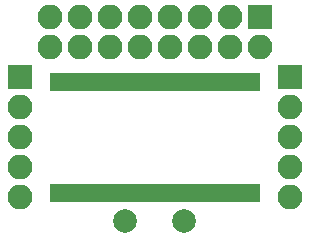
<source format=gts>
G04 #@! TF.FileFunction,Soldermask,Top*
%FSLAX46Y46*%
G04 Gerber Fmt 4.6, Leading zero omitted, Abs format (unit mm)*
G04 Created by KiCad (PCBNEW 4.0.6) date Sun Apr 30 19:13:02 2017*
%MOMM*%
%LPD*%
G01*
G04 APERTURE LIST*
%ADD10C,0.100000*%
%ADD11R,0.800000X1.600000*%
%ADD12C,2.000000*%
%ADD13R,2.100000X2.100000*%
%ADD14O,2.100000X2.100000*%
G04 APERTURE END LIST*
D10*
D11*
X140017500Y-110110000D03*
X140652500Y-110110000D03*
X141287500Y-110110000D03*
X141922500Y-110110000D03*
X142557500Y-110110000D03*
X143192500Y-110110000D03*
X143827500Y-110110000D03*
X144462500Y-110110000D03*
X145097500Y-110110000D03*
X145732500Y-110110000D03*
X146367500Y-110110000D03*
X147002500Y-110110000D03*
X147637500Y-110110000D03*
X148272500Y-110110000D03*
X148907500Y-110110000D03*
X149542500Y-110110000D03*
X150177500Y-110110000D03*
X150812500Y-110110000D03*
X151447500Y-110110000D03*
X152082500Y-110110000D03*
X152717500Y-110110000D03*
X153352500Y-110110000D03*
X153987500Y-110110000D03*
X154622500Y-110110000D03*
X155257500Y-110110000D03*
X155892500Y-110110000D03*
X156527500Y-110110000D03*
X157162500Y-110110000D03*
X157162500Y-100710000D03*
X156527500Y-100710000D03*
X155892500Y-100710000D03*
X155257500Y-100710000D03*
X154622500Y-100710000D03*
X153987500Y-100710000D03*
X153352500Y-100710000D03*
X152717500Y-100710000D03*
X152082500Y-100710000D03*
X151447500Y-100710000D03*
X150812500Y-100710000D03*
X150177500Y-100710000D03*
X149542500Y-100710000D03*
X148907500Y-100710000D03*
X148272500Y-100710000D03*
X147637500Y-100710000D03*
X147002500Y-100710000D03*
X146367500Y-100710000D03*
X145732500Y-100710000D03*
X145097500Y-100710000D03*
X144462500Y-100710000D03*
X143827500Y-100710000D03*
X143192500Y-100710000D03*
X142557500Y-100710000D03*
X141922500Y-100710000D03*
X141287500Y-100710000D03*
X140652500Y-100710000D03*
X140017500Y-100710000D03*
D12*
X146050000Y-112522000D03*
X151050000Y-112522000D03*
D13*
X137160000Y-100330000D03*
D14*
X137160000Y-102870000D03*
X137160000Y-105410000D03*
X137160000Y-107950000D03*
X137160000Y-110490000D03*
D13*
X160020000Y-100330000D03*
D14*
X160020000Y-102870000D03*
X160020000Y-105410000D03*
X160020000Y-107950000D03*
X160020000Y-110490000D03*
D13*
X157480000Y-95250000D03*
D14*
X157480000Y-97790000D03*
X154940000Y-95250000D03*
X154940000Y-97790000D03*
X152400000Y-95250000D03*
X152400000Y-97790000D03*
X149860000Y-95250000D03*
X149860000Y-97790000D03*
X147320000Y-95250000D03*
X147320000Y-97790000D03*
X144780000Y-95250000D03*
X144780000Y-97790000D03*
X142240000Y-95250000D03*
X142240000Y-97790000D03*
X139700000Y-95250000D03*
X139700000Y-97790000D03*
M02*

</source>
